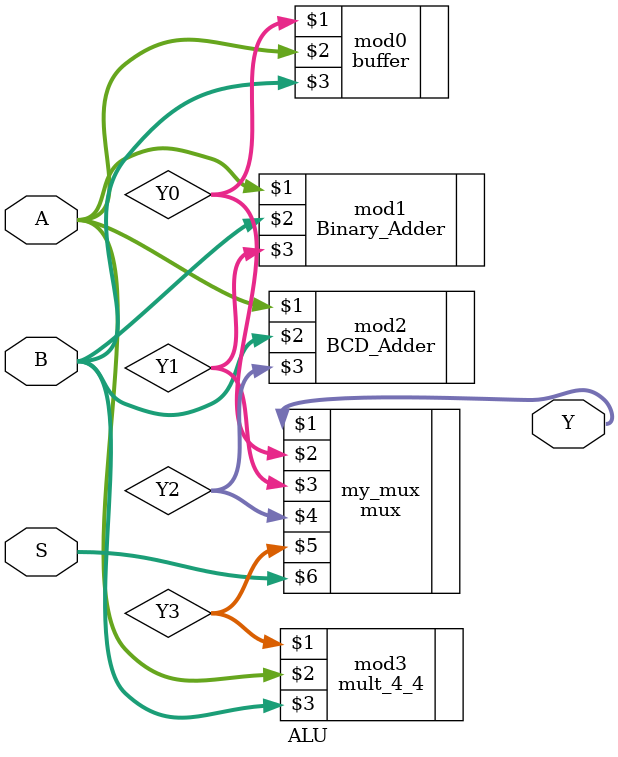
<source format=v>
`timescale 1ns / 1ps
module ALU(A, B, S, Y);
	output [7:0]Y;
	
	//assign to the different modules
	wire [7:0]Y0; //00 - Concatenation; buffer
	wire [7:0]Y1; //01 - Binary addition; binary_adder
	wire [7:0]Y2; //10 - BCD addition; BCD_Adder
	wire [7:0]Y3; //11 - Multiplication; mult_4_4
	
	input [1:0]S;
	input [3:0]A;
	input [3:0]B;
	
	buffer mod0(Y0, A, B);
	Binary_Adder mod1(A, B, Y1);
	BCD_Adder mod2(A, B, Y2);
	mult_4_4 mod3(Y3, A, B);
	
	mux my_mux(Y, Y0, Y1, Y2, Y3, S);
	
endmodule

</source>
